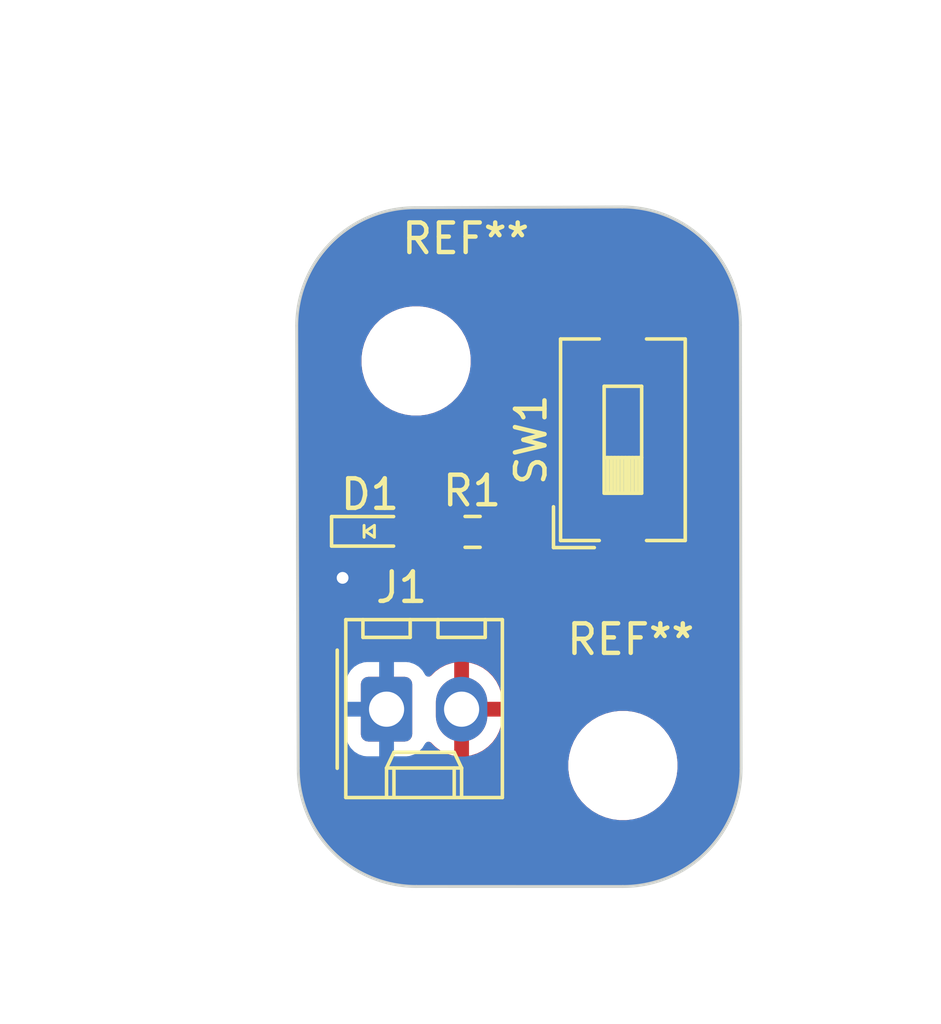
<source format=kicad_pcb>
(kicad_pcb (version 20240108) (generator "pcbnew") (generator_version "8.0")
  (title_block (title "LEDProject1") (date "2024-09-15") (rev "1.0") (company "Illini Solar Car") (comment 1 "Designed By: Nam"))
  (layers (0 "F.Cu" signal) (31 "B.Cu" signal) (34 "B.Paste" user) (35 "F.Paste" user) (36 "B.SilkS" user "B.Silkscreen") (37 "F.SilkS" user "F.Silkscreen") (38 "B.Mask" user) (39 "F.Mask" user) (44 "Edge.Cuts" user))
  (net 0 "")
  (net 1 "GND")
  (net 2 "Net-(D1-A)")
  (net 3 "+3V3")
  (net 4 "Net-(R1-Pad1)")
  (footprint "Button_Switch_SMD:SW_DIP_SPSTx01_Slide_6.7x4.1mm_W8.61mm_P2.54mm_LowProfile" (layer "F.Cu") (at 169 125.8824 90)
    (property "Reference" "SW1" (at 0 -3.11 90) (layer "F.SilkS"))
    (property "Value" "SW_Push")
    (fp_line (start -3.65 -2.35) (end -2.267 -2.35) (stroke (width 0.12)) (layer "F.SilkS"))
    (fp_line (start -3.65 -2.35) (end -3.65 -0.967) (stroke (width 0.12)) (layer "F.SilkS"))
    (fp_line (start 3.41 -2.11) (end 3.41 -0.8) (stroke (width 0.12)) (layer "F.SilkS"))
    (fp_line (start -3.41 -2.11) (end 3.41 -2.11) (stroke (width 0.12)) (layer "F.SilkS"))
    (fp_line (start -3.41 -2.11) (end -3.41 -0.8) (stroke (width 0.12)) (layer "F.SilkS"))
    (fp_line (start 1.81 -0.635) (end -1.81 -0.635) (stroke (width 0.12)) (layer "F.SilkS"))
    (fp_line (start -0.603333 -0.635) (end -0.603333 0.635) (stroke (width 0.12)) (layer "F.SilkS"))
    (fp_line (start -1.81 -0.635) (end -1.81 0.635) (stroke (width 0.12)) (layer "F.SilkS"))
    (fp_line (start -1.81 -0.515) (end -0.603333 -0.515) (stroke (width 0.12)) (layer "F.SilkS"))
    (fp_line (start -1.81 -0.395) (end -0.603333 -0.395) (stroke (width 0.12)) (layer "F.SilkS"))
    (fp_line (start -1.81 -0.275) (end -0.603333 -0.275) (stroke (width 0.12)) (layer "F.SilkS"))
    (fp_line (start -1.81 -0.155) (end -0.603333 -0.155) (stroke (width 0.12)) (layer "F.SilkS"))
    (fp_line (start -1.81 -0.035) (end -0.603333 -0.035) (stroke (width 0.12)) (layer "F.SilkS"))
    (fp_line (start -1.81 0.085) (end -0.603333 0.085) (stroke (width 0.12)) (layer "F.SilkS"))
    (fp_line (start -1.81 0.205) (end -0.603333 0.205) (stroke (width 0.12)) (layer "F.SilkS"))
    (fp_line (start -1.81 0.325) (end -0.603333 0.325) (stroke (width 0.12)) (layer "F.SilkS"))
    (fp_line (start -1.81 0.445) (end -0.603333 0.445) (stroke (width 0.12)) (layer "F.SilkS"))
    (fp_line (start -1.81 0.565) (end -0.603333 0.565) (stroke (width 0.12)) (layer "F.SilkS"))
    (fp_line (start 1.81 0.635) (end 1.81 -0.635) (stroke (width 0.12)) (layer "F.SilkS"))
    (fp_line (start -1.81 0.635) (end 1.81 0.635) (stroke (width 0.12)) (layer "F.SilkS"))
    (fp_line (start 3.41 0.8) (end 3.41 2.11) (stroke (width 0.12)) (layer "F.SilkS"))
    (fp_line (start -3.41 0.8) (end -3.41 2.11) (stroke (width 0.12)) (layer "F.SilkS"))
    (fp_line (start -3.41 2.11) (end 3.41 2.11) (stroke (width 0.12)) (layer "F.SilkS"))
    (pad "1" smd rect (at -4.305 0 90) (size 2.44 1.12) (layers "F.Cu" "F.Paste" "F.Mask") (net 3 "+3V3"))
    (pad "2" smd rect (at 4.305 0 90) (size 2.44 1.12) (layers "F.Cu" "F.Paste" "F.Mask") (net 4 "Net-(R1-Pad1)"))
  )
  (footprint "Resistor_SMD:R_0603_1608Metric_Pad0.98x0.95mm_HandSolder" (layer "F.Cu") (at 163.9125 129 180)
    (property "Reference" "R1" (at 0.0195 1.3904 0) (layer "F.SilkS"))
    (property "Value" "105")
    (fp_line (start -0.254724 0.5225) (end 0.254724 0.5225) (stroke (width 0.12)) (layer "F.SilkS"))
    (fp_line (start -0.254724 -0.5225) (end 0.254724 -0.5225) (stroke (width 0.12)) (layer "F.SilkS"))
    (pad "1" smd roundrect (at -0.9125 0 180) (size 0.975 0.95) (layers "F.Cu" "F.Paste" "F.Mask") (net 4 "Net-(R1-Pad1)"))
    (pad "2" smd roundrect (at 0.9125 0 180) (size 0.975 0.95) (layers "F.Cu" "F.Paste" "F.Mask") (net 2 "Net-(D1-A)"))
  )
  (footprint "layout:LED_0603_Symbol_on_F.SilkS" (layer "F.Cu") (at 160.4386 128.9812)
    (property "Reference" "D1" (at 0 -1.25 0) (layer "F.SilkS"))
    (property "Value" "LED_RED")
    (fp_line (start -1.3 -0.5) (end -1.3 0.5) (stroke (width 0.12)) (layer "F.SilkS"))
    (fp_line (start -1.3 -0.5) (end 0.8 -0.5) (stroke (width 0.12)) (layer "F.SilkS"))
    (fp_line (start -1.3 0.5) (end 0.8 0.5) (stroke (width 0.12)) (layer "F.SilkS"))
    (fp_line (start -0.2 -0.2) (end -0.2 0.2) (stroke (width 0.1)) (layer "F.SilkS"))
    (fp_line (start -0.15 0) (end 0.15 -0.2) (stroke (width 0.1)) (layer "F.SilkS"))
    (fp_line (start 0.15 -0.2) (end 0.15 0.2) (stroke (width 0.1)) (layer "F.SilkS"))
    (fp_line (start 0.15 0.2) (end -0.15 0) (stroke (width 0.1)) (layer "F.SilkS"))
    (pad "1" smd rect (at -0.8 0 180) (size 0.8 0.8) (layers "F.Cu" "F.Paste" "F.Mask") (net 1 "GND"))
    (pad "2" smd rect (at 0.8 0 180) (size 0.8 0.8) (layers "F.Cu" "F.Paste" "F.Mask") (net 2 "Net-(D1-A)"))
  )
  (footprint "MountingHole:MountingHole_3.2mm_M3" (layer "F.Cu") (at 169 136.906)
    (property "Reference" "REF**" (at -5.3224 -17.8308 0) (layer "F.SilkS"))
    (property "Value" "MountingHole_3.2mm_M3")
    (pad "" np_thru_hole circle (at 0 0) (size 3.2 3.2) (drill 3.2) (layers "*.Cu" "*.Mask"))
  )
  (footprint "Connector_Molex:Molex_KK-254_AE-6410-02A_1x02_P2.54mm_Vertical" (layer "F.Cu") (at 161 135)
    (property "Reference" "J1" (at 0.5086 -4.12 0) (layer "F.SilkS"))
    (property "Value" "Conn_01x02")
    (fp_line (start -1.67 -2) (end -1.67 2) (stroke (width 0.12)) (layer "F.SilkS"))
    (fp_line (start -1.38 -3.03) (end -1.38 2.99) (stroke (width 0.12)) (layer "F.SilkS"))
    (fp_line (start -1.38 2.99) (end 3.92 2.99) (stroke (width 0.12)) (layer "F.SilkS"))
    (fp_line (start -0.8 -3.03) (end -0.8 -2.43) (stroke (width 0.12)) (layer "F.SilkS"))
    (fp_line (start -0.8 -2.43) (end 0.8 -2.43) (stroke (width 0.12)) (layer "F.SilkS"))
    (fp_line (start 0 1.99) (end 0.25 1.46) (stroke (width 0.12)) (layer "F.SilkS"))
    (fp_line (start 0 1.99) (end 2.54 1.99) (stroke (width 0.12)) (layer "F.SilkS"))
    (fp_line (start 0 2.99) (end 0 1.99) (stroke (width 0.12)) (layer "F.SilkS"))
    (fp_line (start 0.25 1.46) (end 2.29 1.46) (stroke (width 0.12)) (layer "F.SilkS"))
    (fp_line (start 0.25 2.99) (end 0.25 1.99) (stroke (width 0.12)) (layer "F.SilkS"))
    (fp_line (start 0.8 -2.43) (end 0.8 -3.03) (stroke (width 0.12)) (layer "F.SilkS"))
    (fp_line (start 1.74 -3.03) (end 1.74 -2.43) (stroke (width 0.12)) (layer "F.SilkS"))
    (fp_line (start 1.74 -2.43) (end 3.34 -2.43) (stroke (width 0.12)) (layer "F.SilkS"))
    (fp_line (start 2.29 1.46) (end 2.54 1.99) (stroke (width 0.12)) (layer "F.SilkS"))
    (fp_line (start 2.29 2.99) (end 2.29 1.99) (stroke (width 0.12)) (layer "F.SilkS"))
    (fp_line (start 2.54 1.99) (end 2.54 2.99) (stroke (width 0.12)) (layer "F.SilkS"))
    (fp_line (start 3.34 -2.43) (end 3.34 -3.03) (stroke (width 0.12)) (layer "F.SilkS"))
    (fp_line (start 3.92 -3.03) (end -1.38 -3.03) (stroke (width 0.12)) (layer "F.SilkS"))
    (fp_line (start 3.92 2.99) (end 3.92 -3.03) (stroke (width 0.12)) (layer "F.SilkS"))
    (pad "1" thru_hole roundrect (at 0 0) (size 1.74 2.19) (drill 1.19) (layers "*.Cu" "*.Mask") (roundrect_rratio 0.143678) (net 1 "GND"))
    (pad "2" thru_hole oval (at 2.54 0) (size 1.74 2.19) (drill 1.19) (layers "*.Cu" "*.Mask") (net 3 "+3V3"))
  )
  (footprint "MountingHole:MountingHole_3.2mm_M3" (layer "F.Cu") (at 162 123.2154)
    (property "Reference" "REF**" (at 7.2656 9.4234 0) (layer "F.SilkS"))
    (property "Value" "MountingHole_3.2mm_M3")
    (pad "" np_thru_hole circle (at 0 0) (size 3.2 3.2) (drill 3.2) (layers "*.Cu" "*.Mask"))
  )
  (gr_arc (start 168.977173 118.005227) (mid 171.8056 119.1768) (end 172.977173 122.005227) (stroke (width 0.1)) (layer "Edge.Cuts"))
  (gr_arc (start 162.010227 140.998573) (mid 159.1818 139.827) (end 158.010227 136.998573) (stroke (width 0.1)) (layer "Edge.Cuts"))
  (gr_arc (start 173 137) (mid 171.828427 139.828427) (end 169 141) (stroke (width 0.1)) (layer "Edge.Cuts"))
  (gr_arc (start 157.959427 122.030627) (mid 159.131 119.2022) (end 161.959427 118.030627) (stroke (width 0.1)) (layer "Edge.Cuts"))
  (gr_line (start 158.010227 136.998573) (end 157.959427 122.030627) (stroke (width 0.1)) (layer "Edge.Cuts"))
  (gr_line (start 162.010227 140.998573) (end 169 141) (stroke (width 0.1)) (layer "Edge.Cuts"))
  (gr_line (start 161.959427 118.030627) (end 168.977173 118.005227) (stroke (width 0.1)) (layer "Edge.Cuts"))
  (gr_line (start 172.977173 122.005227) (end 173 137) (stroke (width 0.1)) (layer "Edge.Cuts"))
  (segment (start 159.6386 130.4294) (end 159.512 130.556) (width 0.25) (layer "F.Cu") (net 1))
  (segment (start 159.6386 128.9812) (end 159.6386 130.4294) (width 0.25) (layer "F.Cu") (net 1))
  (via (at 159.512 130.556) (size 0.8) (drill 0.4) (layers "F.Cu" "B.Cu") (net 1))
  (segment (start 161.2574 129) (end 161.2386 128.9812) (width 0.25) (layer "F.Cu") (net 2))
  (segment (start 163 129) (end 161.2574 129) (width 0.25) (layer "F.Cu") (net 2))
  (segment (start 169 121.5774) (end 166.2046 121.5774) (width 0.25) (layer "F.Cu") (net 4))
  (segment (start 166.2046 121.5774) (end 165.862 121.92) (width 0.25) (layer "F.Cu") (net 4))
  (segment (start 165.862 127.963) (end 164.825 129) (width 0.25) (layer "F.Cu") (net 4))
  (segment (start 165.862 121.92) (end 165.862 127.963) (width 0.25) (layer "F.Cu") (net 4))
  (zone (net 3) (net_name "+3V3") (layer "F.Cu") (connect_pads (clearance 0.508)) (min_thickness 0.25) (fill yes (thermal_gap 0.5) (thermal_bridge_width 0.5))
    (polygon (pts (xy 158 118) (xy 173 118) (xy 173 141) (xy 158 141)))
  )
  (zone (net 1) (net_name "GND") (layer "B.Cu") (priority 1) (connect_pads (clearance 0.508)) (min_thickness 0.25) (fill yes (thermal_gap 0.5) (thermal_bridge_width 0.5))
    (polygon (pts (xy 158 118) (xy 173 118) (xy 173 141) (xy 158 141)))
  )
)
</source>
